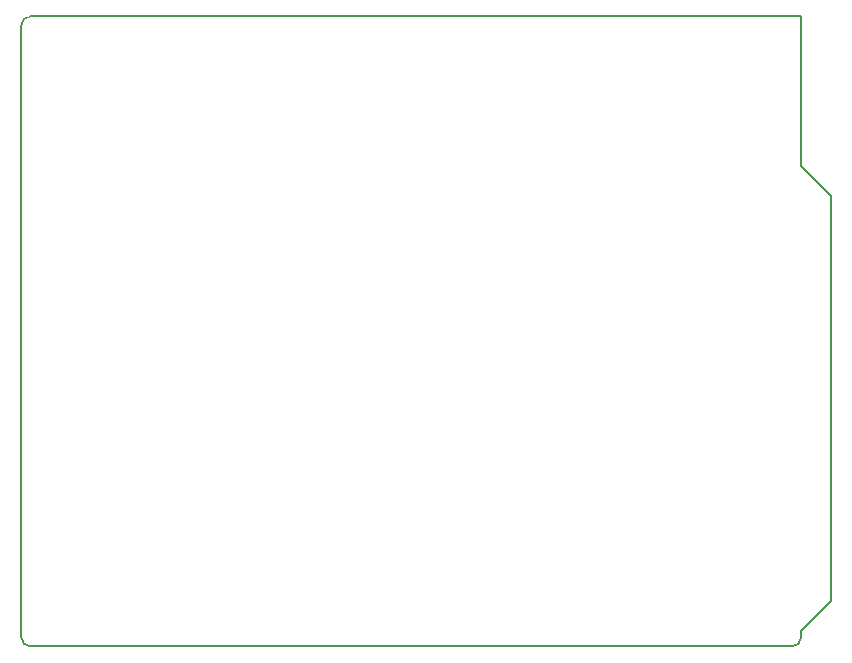
<source format=gbr>
%TF.GenerationSoftware,KiCad,Pcbnew,7.0.5*%
%TF.CreationDate,2023-11-13T21:41:30+01:00*%
%TF.ProjectId,atmega328p_dev_board,61746d65-6761-4333-9238-705f6465765f,rev?*%
%TF.SameCoordinates,Original*%
%TF.FileFunction,Profile,NP*%
%FSLAX46Y46*%
G04 Gerber Fmt 4.6, Leading zero omitted, Abs format (unit mm)*
G04 Created by KiCad (PCBNEW 7.0.5) date 2023-11-13 21:41:30*
%MOMM*%
%LPD*%
G01*
G04 APERTURE LIST*
%TA.AperFunction,Profile*%
%ADD10C,0.150000*%
%TD*%
G04 APERTURE END LIST*
D10*
X166040000Y-59360000D02*
X168580000Y-61900000D01*
X100000000Y-99238000D02*
X100000000Y-47422000D01*
X168580000Y-61900000D02*
X168580000Y-96190000D01*
X165278000Y-100000000D02*
X100762000Y-100000000D01*
X100762000Y-46660000D02*
X166040000Y-46660000D01*
X100000000Y-99238000D02*
G75*
G03*
X100762000Y-100000000I762000J0D01*
G01*
X168580000Y-96190000D02*
X166040000Y-98730000D01*
X165278000Y-100000000D02*
G75*
G03*
X166040000Y-99238000I0J762000D01*
G01*
X166040000Y-46660000D02*
X166040000Y-59360000D01*
X166040000Y-98730000D02*
X166040000Y-99238000D01*
X100762000Y-46660000D02*
G75*
G03*
X100000000Y-47422000I0J-762000D01*
G01*
M02*

</source>
